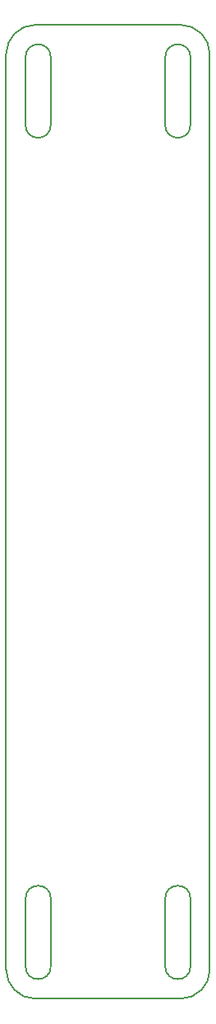
<source format=gbr>
%FSLAX34Y34*%
G04 Gerber Fmt 3.4, Leading zero omitted, Abs format*
G04 (created by PCBNEW (2014-05-27 BZR 4891)-product) date Wed 28 May 2014 05:46:44 AM CEST*
%MOIN*%
G01*
G70*
G90*
G04 APERTURE LIST*
%ADD10C,0.005906*%
%ADD11C,0.007874*%
G04 APERTURE END LIST*
G54D10*
G54D11*
X31299Y-53228D02*
X31299Y-50472D01*
X30275Y-50472D02*
X30275Y-53228D01*
X30275Y-53228D02*
G75*
G03X31299Y-53228I511J0D01*
G74*
G01*
X31299Y-50472D02*
G75*
G03X30275Y-50472I-511J0D01*
G74*
G01*
X25629Y-50472D02*
G75*
G03X24606Y-50472I-511J0D01*
G74*
G01*
X24606Y-53228D02*
G75*
G03X25629Y-53228I511J0D01*
G74*
G01*
X31299Y-19212D02*
X31299Y-16456D01*
X30275Y-16456D02*
X30275Y-19212D01*
X25629Y-19212D02*
X25629Y-16456D01*
X24606Y-16456D02*
X24606Y-19212D01*
X31299Y-16456D02*
G75*
G03X30275Y-16456I-511J0D01*
G74*
G01*
X30275Y-19212D02*
G75*
G03X31299Y-19212I511J0D01*
G74*
G01*
X24606Y-19212D02*
G75*
G03X25629Y-19212I511J0D01*
G74*
G01*
X25629Y-16456D02*
G75*
G03X24606Y-16456I-511J0D01*
G74*
G01*
X24606Y-50472D02*
X24606Y-53228D01*
X25629Y-53228D02*
X25629Y-50472D01*
X30905Y-54527D02*
G75*
G03X32086Y-53346I0J1181D01*
G74*
G01*
X23818Y-53346D02*
G75*
G03X25000Y-54527I1181J0D01*
G74*
G01*
X32086Y-16338D02*
G75*
G03X30905Y-15157I-1181J0D01*
G74*
G01*
X25000Y-15157D02*
G75*
G03X23818Y-16338I0J-1181D01*
G74*
G01*
X30905Y-15157D02*
X25000Y-15157D01*
X32086Y-53346D02*
X32086Y-16338D01*
X25000Y-54527D02*
X30905Y-54527D01*
X23818Y-16338D02*
X23818Y-53346D01*
M02*

</source>
